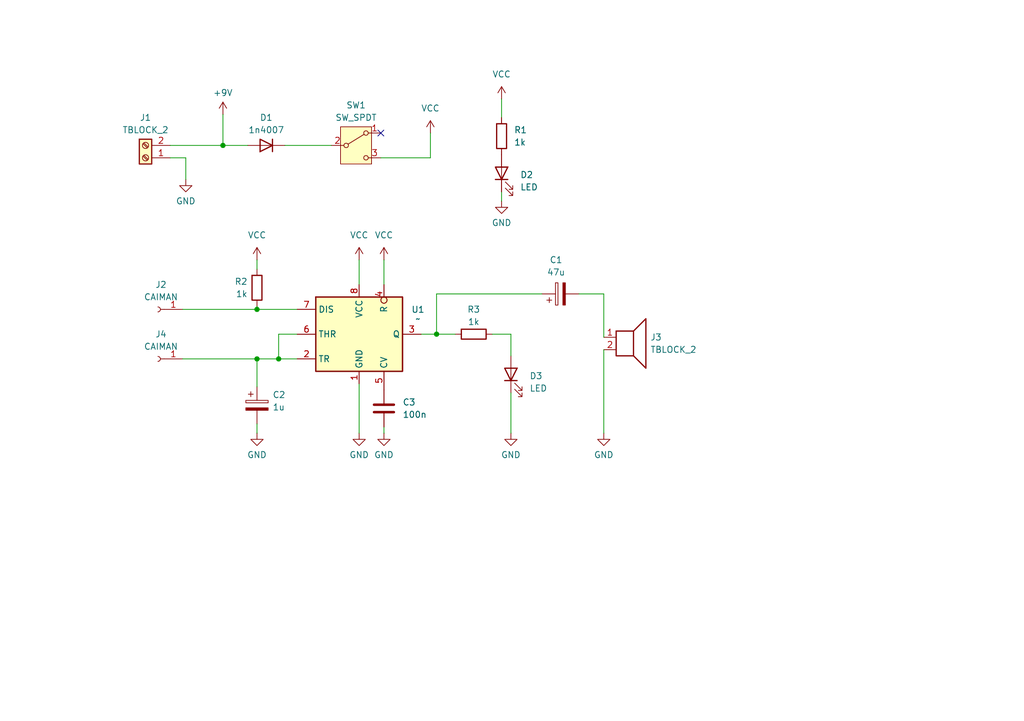
<source format=kicad_sch>
(kicad_sch (version 20231120) (generator "eeschema") (generator_version "8.0")
  (paper "A5")
  (title_block (title "ud_pudu") (date "2025-04-25") (rev "v1") (company "dis8644") (comment 1 "Comenzado y esperamos que terminado en la clase del viernes"))
  (lib_symbols
    (symbol "555_ordenado:555_wellOriented"
      (property "Reference" "U" (at 0 0 0))
      (symbol "555_wellOriented_0_0"
        (pin power_in line (at 0 -10.16 90) (length 2.54) (name "GND") (number "1"))
        (pin power_in line (at 0 10.16 270) (length 2.54) (name "VCC") (number "8"))
      )
      (symbol "555_wellOriented_0_1"
        (rectangle (start -8.89 -7.62) (end 8.89 7.62) (stroke (width 0.254)) (fill (type background)))
        (rectangle (start -8.89 -7.62) (end 8.89 7.62) (stroke (width 0.254)) (fill (type background)))
      )
      (symbol "555_wellOriented_1_1"
        (pin input line (at -12.7 -5.08 0) (length 3.81) (name "TR") (number "2"))
        (pin output line (at 12.7 0 180) (length 3.81) (name "Q") (number "3"))
        (pin input inverted (at 5.08 10.16 270) (length 3.81) (name "R") (number "4"))
        (pin input line (at 5.08 -11.43 90) (length 3.81) (name "CV") (number "5"))
        (pin input line (at -12.7 0 0) (length 3.81) (name "THR") (number "6"))
        (pin input line (at -12.7 5.08 0) (length 3.81) (name "DIS") (number "7"))
      )
    )
    (symbol "Connector:Conn_01x01_Socket" (pin_names (offset 1.016) hide)
      (property "Reference" "J" (at 0 2.54 0))
      (property "Value" "Conn_01x01_Socket" (at 0 -2.54 0))
      (symbol "Conn_01x01_Socket_1_1"
        (polyline (pts (xy -1.27 0) (xy -0.508 0)) (stroke (width 0.1524)))
        (arc (start 0 0.508) (mid -0.5058 0) (end 0 -0.508) (stroke (width 0.1524)))
        (pin passive line (at -5.08 0 0) (length 3.81) (name "Pin_1") (number "1"))
      )
    )
    (symbol "Device:C" (pin_numbers hide) (pin_names (offset 0.254))
      (property "Reference" "C" (at 0.635 2.54 0))
      (property "Value" "C" (at 0.635 -2.54 0))
      (symbol "C_0_1"
        (polyline (pts (xy -2.032 -0.762) (xy 2.032 -0.762)) (stroke (width 0.508)))
        (polyline (pts (xy -2.032 0.762) (xy 2.032 0.762)) (stroke (width 0.508)))
      )
      (symbol "C_1_1"
        (pin passive line (at 0 3.81 270) (length 2.794) (name "~") (number "1"))
        (pin passive line (at 0 -3.81 90) (length 2.794) (name "~") (number "2"))
      )
    )
    (symbol "Device:C_Polarized" (pin_numbers hide) (pin_names (offset 0.254))
      (property "Reference" "C" (at 0.635 2.54 0))
      (property "Value" "C_Polarized" (at 0.635 -2.54 0))
      (symbol "C_Polarized_0_1"
        (rectangle (start -2.286 0.508) (end 2.286 1.016))
        (polyline (pts (xy -1.778 2.286) (xy -0.762 2.286)))
        (polyline (pts (xy -1.27 2.794) (xy -1.27 1.778)))
        (rectangle (start 2.286 -0.508) (end -2.286 -1.016) (fill (type outline)))
      )
      (symbol "C_Polarized_1_1"
        (pin passive line (at 0 3.81 270) (length 2.794) (name "~") (number "1"))
        (pin passive line (at 0 -3.81 90) (length 2.794) (name "~") (number "2"))
      )
    )
    (symbol "Device:D" (pin_numbers hide) (pin_names (offset 1.016) hide)
      (property "Reference" "D" (at 0 2.54 0))
      (property "Value" "D" (at 0 -2.54 0))
      (symbol "D_0_1"
        (polyline (pts (xy -1.27 1.27) (xy -1.27 -1.27)) (stroke (width 0.254)))
        (polyline (pts (xy 1.27 0) (xy -1.27 0)))
        (polyline (pts (xy 1.27 1.27) (xy 1.27 -1.27) (xy -1.27 0) (xy 1.27 1.27)) (stroke (width 0.254)))
      )
      (symbol "D_1_1"
        (pin passive line (at -3.81 0 0) (length 2.54) (name "K") (number "1"))
        (pin passive line (at 3.81 0 180) (length 2.54) (name "A") (number "2"))
      )
    )
    (symbol "Device:LED" (pin_numbers hide) (pin_names (offset 1.016) hide)
      (property "Reference" "D" (at 0 2.54 0))
      (property "Value" "LED" (at 0 -2.54 0))
      (symbol "LED_0_1"
        (polyline (pts (xy -1.27 -1.27) (xy -1.27 1.27)) (stroke (width 0.254)))
        (polyline (pts (xy -1.27 0) (xy 1.27 0)))
        (polyline (pts (xy 1.27 -1.27) (xy 1.27 1.27) (xy -1.27 0) (xy 1.27 -1.27)) (stroke (width 0.254)))
        (polyline (pts (xy -3.048 -0.762) (xy -4.572 -2.286) (xy -3.81 -2.286) (xy -4.572 -2.286) (xy -4.572 -1.524)))
        (polyline (pts (xy -1.778 -0.762) (xy -3.302 -2.286) (xy -2.54 -2.286) (xy -3.302 -2.286) (xy -3.302 -1.524)))
      )
      (symbol "LED_1_1"
        (pin passive line (at -3.81 0 0) (length 2.54) (name "K") (number "1"))
        (pin passive line (at 3.81 0 180) (length 2.54) (name "A") (number "2"))
      )
    )
    (symbol "Device:R" (pin_numbers hide) (pin_names (offset 0))
      (property "Reference" "R" (at 2.032 0 90))
      (property "Value" "R" (at 0 0 90))
      (symbol "R_0_1"
        (rectangle (start -1.016 -2.54) (end 1.016 2.54) (stroke (width 0.254)))
      )
      (symbol "R_1_1"
        (pin passive line (at 0 3.81 270) (length 1.27) (name "~") (number "1"))
        (pin passive line (at 0 -3.81 90) (length 1.27) (name "~") (number "2"))
      )
    )
    (symbol "Device:Speaker" (pin_names (offset 0) hide)
      (property "Reference" "LS" (at 1.27 5.715 0))
      (property "Value" "Speaker" (at 1.27 3.81 0))
      (symbol "Speaker_0_0"
        (rectangle (start -2.54 1.27) (end 1.016 -3.81) (stroke (width 0.254)))
        (polyline (pts (xy 1.016 1.27) (xy 3.556 3.81) (xy 3.556 -6.35) (xy 1.016 -3.81)) (stroke (width 0.254)))
      )
      (symbol "Speaker_1_1"
        (pin input line (at -5.08 0 0) (length 2.54) (name "1") (number "1"))
        (pin input line (at -5.08 -2.54 0) (length 2.54) (name "2") (number "2"))
      )
    )
    (symbol "Switch:SW_SPDT" (pin_names (offset 0) hide)
      (property "Reference" "SW" (at 0 5.08 0))
      (property "Value" "SW_SPDT" (at 0 -5.08 0))
      (symbol "SW_SPDT_0_1"
        (circle (center -2.032 0) (radius 0.4572))
        (polyline (pts (xy -1.651 0.254) (xy 1.651 2.286)))
        (circle (center 2.032 -2.54) (radius 0.4572))
        (circle (center 2.032 2.54) (radius 0.4572))
      )
      (symbol "SW_SPDT_1_1"
        (rectangle (start -3.175 3.81) (end 3.175 -3.81) (fill (type background)))
        (pin passive line (at 5.08 2.54 180) (length 2.54) (name "A") (number "1"))
        (pin passive line (at -5.08 0 0) (length 2.54) (name "B") (number "2"))
        (pin passive line (at 5.08 -2.54 180) (length 2.54) (name "C") (number "3"))
      )
    )
    (symbol "conn:Screw_Terminal_01x02" (pin_names (offset 1.016) hide)
      (property "Reference" "J" (at 0 2.54 0))
      (property "Value" "Screw_Terminal_01x02" (at 0 -5.08 0))
      (symbol "Screw_Terminal_01x02_1_1"
        (rectangle (start -1.27 1.27) (end 1.27 -3.81) (stroke (width 0.254)) (fill (type background)))
        (circle (center 0 -2.54) (radius 0.635) (stroke (width 0.1524)))
        (polyline (pts (xy -0.5334 -2.2098) (xy 0.3302 -3.048)) (stroke (width 0.1524)))
        (polyline (pts (xy -0.5334 0.3302) (xy 0.3302 -0.508)) (stroke (width 0.1524)))
        (polyline (pts (xy -0.3556 -2.032) (xy 0.508 -2.8702)) (stroke (width 0.1524)))
        (polyline (pts (xy -0.3556 0.508) (xy 0.508 -0.3302)) (stroke (width 0.1524)))
        (circle (center 0 0) (radius 0.635) (stroke (width 0.1524)))
        (pin passive line (at -5.08 0 0) (length 3.81) (name "Pin_1") (number "1"))
        (pin passive line (at -5.08 -2.54 0) (length 3.81) (name "Pin_2") (number "2"))
      )
    )
    (symbol "power:+9V" (power) (pin_numbers hide) (pin_names (offset 0) hide)
      (property "Value" "+9V" (at 0 3.556 0))
      (symbol "+9V_0_1"
        (polyline (pts (xy -0.762 1.27) (xy 0 2.54)))
        (polyline (pts (xy 0 0) (xy 0 2.54)))
        (polyline (pts (xy 0 2.54) (xy 0.762 1.27)))
      )
      (symbol "+9V_1_1"
        (pin power_in line (at 0 0 90) (length 0) (name "~") (number "1"))
      )
    )
    (symbol "power:GND" (power) (pin_numbers hide) (pin_names (offset 0) hide)
      (property "Value" "GND" (at 0 -3.81 0))
      (symbol "GND_0_1"
        (polyline (pts (xy 0 0) (xy 0 -1.27) (xy 1.27 -1.27) (xy 0 -2.54) (xy -1.27 -1.27) (xy 0 -1.27)))
      )
      (symbol "GND_1_1"
        (pin power_in line (at 0 0 270) (length 0) (name "~") (number "1"))
      )
    )
    (symbol "power:VCC" (power) (pin_numbers hide) (pin_names (offset 0) hide)
      (property "Value" "VCC" (at 0 3.556 0))
      (symbol "VCC_0_1"
        (polyline (pts (xy -0.762 1.27) (xy 0 2.54)))
        (polyline (pts (xy 0 0) (xy 0 2.54)))
        (polyline (pts (xy 0 2.54) (xy 0.762 1.27)))
      )
      (symbol "VCC_1_1"
        (pin power_in line (at 0 0 90) (length 0) (name "~") (number "1"))
      )
    )
  )
  (junction (at 45.72 29.845))
  (junction (at 52.705 73.66))
  (junction (at 52.705 63.5))
  (junction (at 57.15 73.66))
  (junction (at 89.535 68.58))
  (no_connect (at 78.105 27.305))
  (wire (pts (xy 52.705 79.375) (xy 52.705 73.66)))
  (wire (pts (xy 52.705 53.34) (xy 52.705 55.245)))
  (wire (pts (xy 104.775 80.645) (xy 104.775 88.9)))
  (wire (pts (xy 78.74 87.63) (xy 78.74 88.9)))
  (wire (pts (xy 52.705 86.995) (xy 52.705 88.9)))
  (wire (pts (xy 73.66 53.34) (xy 73.66 58.42)))
  (wire (pts (xy 38.1 32.385) (xy 38.1 36.83)))
  (wire (pts (xy 78.74 53.34) (xy 78.74 58.42)))
  (wire (pts (xy 34.925 32.385) (xy 38.1 32.385)))
  (wire (pts (xy 45.72 29.845) (xy 50.8 29.845)))
  (wire (pts (xy 89.535 68.58) (xy 93.345 68.58)))
  (wire (pts (xy 52.705 73.66) (xy 57.15 73.66)))
  (wire (pts (xy 60.96 73.66) (xy 57.15 73.66)))
  (wire (pts (xy 60.96 63.5) (xy 52.705 63.5)))
  (wire (pts (xy 37.465 73.66) (xy 52.705 73.66)))
  (wire (pts (xy 73.66 78.74) (xy 73.66 88.9)))
  (wire (pts (xy 88.265 32.385) (xy 88.265 27.305)))
  (wire (pts (xy 45.72 29.845) (xy 34.925 29.845)))
  (wire (pts (xy 100.965 68.58) (xy 104.775 68.58)))
  (wire (pts (xy 102.87 39.37) (xy 102.87 41.275)))
  (wire (pts (xy 102.87 20.32) (xy 102.87 24.13)))
  (wire (pts (xy 104.775 68.58) (xy 104.775 73.025)))
  (wire (pts (xy 86.36 68.58) (xy 89.535 68.58)))
  (wire (pts (xy 123.825 60.325) (xy 123.825 69.215)))
  (wire (pts (xy 52.705 63.5) (xy 52.705 62.865)))
  (wire (pts (xy 57.15 73.66) (xy 57.15 68.58)))
  (wire (pts (xy 78.105 32.385) (xy 88.265 32.385)))
  (wire (pts (xy 123.825 71.755) (xy 123.825 88.9)))
  (wire (pts (xy 111.125 60.325) (xy 89.535 60.325)))
  (wire (pts (xy 37.465 63.5) (xy 52.705 63.5)))
  (wire (pts (xy 89.535 60.325) (xy 89.535 68.58)))
  (wire (pts (xy 58.42 29.845) (xy 67.945 29.845)))
  (wire (pts (xy 45.72 23.495) (xy 45.72 29.845)))
  (wire (pts (xy 57.15 68.58) (xy 60.96 68.58)))
  (wire (pts (xy 118.745 60.325) (xy 123.825 60.325)))
  (symbol (lib_id "power:GND") (at 52.705 88.9 0) (unit 1)
    (property "Reference" "#PWR09" (effects (hide yes)))
    (property "Value" "GND" (at 52.705 93.345 0))
    (property "Description" "Power symbol creates a global label with name \"GND\" , ground" (effects (hide yes)))
  )
  (symbol (lib_id "Device:C_Polarized") (at 114.935 60.325 90) (unit 1)
    (property "Reference" "C1" (at 114.046 53.34 90))
    (property "Value" "47u" (at 114.046 55.88 90))
    (property "Footprint" "Capacitor_THT:CP_Radial_D6.3mm_P2.50mm" (effects (hide yes)))
    (property "Description" "Polarized capacitor" (effects (hide yes)))
  )
  (symbol (lib_id "Device:R") (at 102.87 27.94 0) (unit 1)
    (property "Reference" "R1" (at 105.41 26.6699 0) (effects (justify left)))
    (property "Value" "1k" (at 105.41 29.2099 0) (effects (justify left)))
    (property "Footprint" "Resistor_THT:R_Axial_DIN0207_L6.3mm_D2.5mm_P10.16mm_Horizontal" (effects (hide yes)))
    (property "Description" "Resistor" (effects (hide yes)))
  )
  (symbol (lib_id "conn:Screw_Terminal_01x02") (at 29.845 32.385 180) (unit 1)
    (property "Reference" "J1" (at 29.845 24.13 0))
    (property "Value" "TBLOCK_2" (at 29.845 26.67 0))
    (property "Footprint" "TerminalBlock:TerminalBlock_MaiXu_MX126-5.0-02P_1x02_P5.00mm" (effects (hide yes)))
    (property "Description" "Generic screw terminal, single row, 01x02" (effects (hide yes)))
  )
  (symbol (lib_id "power:VCC") (at 52.705 53.34 0) (unit 1)
    (property "Reference" "#PWR06" (effects (hide yes)))
    (property "Value" "VCC" (at 52.705 48.26 0))
    (property "Description" "Power symbol creates a global label with name \"VCC\"" (effects (hide yes)))
  )
  (symbol (lib_id "Device:D") (at 54.61 29.845 180) (unit 1)
    (property "Reference" "D1" (at 54.61 24.13 0))
    (property "Value" "1n4007" (at 54.61 26.67 0))
    (property "Footprint" "Diode_THT:D_DO-41_SOD81_P10.16mm_Horizontal" (effects (hide yes)))
    (property "Description" "Diode" (effects (hide yes)))
    (property "Sim.Device" "D" (effects (hide yes)))
    (property "Sim.Pins" "1=K 2=A" (effects (hide yes)))
  )
  (symbol (lib_id "Connector:Conn_01x01_Socket") (at 32.385 63.5 180) (unit 1)
    (property "Reference" "J2" (at 33.02 58.42 0))
    (property "Value" "CAIMAN" (at 33.02 60.96 0))
    (property "Footprint" "modules_teee2025:caiman" (effects (hide yes)))
    (property "Description" "Generic connector, single row, 01x01, script generated" (effects (hide yes)))
  )
  (symbol (lib_id "Connector:Conn_01x01_Socket") (at 32.385 73.66 180) (unit 1)
    (property "Reference" "J4" (at 33.02 68.58 0))
    (property "Value" "CAIMAN" (at 33.02 71.12 0))
    (property "Footprint" "modules_teee2025:caiman" (effects (hide yes)))
    (property "Description" "Generic connector, single row, 01x01, script generated" (effects (hide yes)))
  )
  (symbol (lib_id "power:GND") (at 102.87 41.275 0) (unit 1)
    (property "Reference" "#PWR05" (effects (hide yes)))
    (property "Value" "GND" (at 102.87 45.72 0))
    (property "Description" "Power symbol creates a global label with name \"GND\" , ground" (effects (hide yes)))
  )
  (symbol (lib_id "power:GND") (at 38.1 36.83 0) (unit 1)
    (property "Reference" "#PWR04" (effects (hide yes)))
    (property "Value" "GND" (at 38.1 41.275 0))
    (property "Description" "Power symbol creates a global label with name \"GND\" , ground" (effects (hide yes)))
  )
  (symbol (lib_id "power:GND") (at 78.74 88.9 0) (unit 1)
    (property "Reference" "#PWR011" (effects (hide yes)))
    (property "Value" "GND" (at 78.74 93.345 0))
    (property "Description" "Power symbol creates a global label with name \"GND\" , ground" (effects (hide yes)))
  )
  (symbol (lib_id "power:VCC") (at 88.265 27.305 0) (mirror y) (unit 1)
    (property "Reference" "#PWR03" (effects (hide yes)))
    (property "Value" "VCC" (at 88.265 22.225 0))
    (property "Description" "Power symbol creates a global label with name \"VCC\"" (effects (hide yes)))
  )
  (symbol (lib_id "Device:R") (at 52.705 59.055 0) (mirror y) (unit 1)
    (property "Reference" "R2" (at 50.8 57.7849 0) (effects (justify left)))
    (property "Value" "1k" (at 50.8 60.3249 0) (effects (justify left)))
    (property "Footprint" "Resistor_THT:R_Axial_DIN0207_L6.3mm_D2.5mm_P10.16mm_Horizontal" (effects (hide yes)))
    (property "Description" "Resistor" (effects (hide yes)))
  )
  (symbol (lib_id "power:VCC") (at 78.74 53.34 0) (unit 1)
    (property "Reference" "#PWR08" (effects (hide yes)))
    (property "Value" "VCC" (at 78.74 48.26 0))
    (property "Description" "Power symbol creates a global label with name \"VCC\"" (effects (hide yes)))
  )
  (symbol (lib_id "Device:LED") (at 102.87 35.56 90) (unit 1)
    (property "Reference" "D2" (at 106.68 35.8774 90) (effects (justify right)))
    (property "Value" "LED" (at 106.68 38.4174 90) (effects (justify right)))
    (property "Footprint" "LED_THT:LED_D5.0mm" (effects (hide yes)))
    (property "Description" "Light emitting diode" (effects (hide yes)))
  )
  (symbol (lib_id "Device:Speaker") (at 128.905 69.215 0) (unit 1)
    (property "Reference" "J3" (at 133.35 69.2149 0) (effects (justify left)))
    (property "Value" "TBLOCK_2" (at 133.35 71.7549 0) (effects (justify left)))
    (property "Footprint" "TerminalBlock:TerminalBlock_MaiXu_MX126-5.0-02P_1x02_P5.00mm" (effects (hide yes)))
    (property "Description" "Speaker" (effects (hide yes)))
  )
  (symbol (lib_id "555_ordenado:555_wellOriented") (at 73.66 68.58 0) (unit 1)
    (property "Reference" "U1" (at 85.725 63.5314 0))
    (property "Value" "~" (at 85.725 65.4365 0))
    (property "Footprint" "Package_DIP:DIP-8_W7.62mm_Socket_LongPads" (effects (hide yes)))
  )
  (symbol (lib_id "power:VCC") (at 102.87 20.32 0) (mirror y) (unit 1)
    (property "Reference" "#PWR01" (effects (hide yes)))
    (property "Value" "VCC" (at 102.87 15.24 0))
    (property "Description" "Power symbol creates a global label with name \"VCC\"" (effects (hide yes)))
  )
  (symbol (lib_id "power:GND") (at 123.825 88.9 0) (unit 1)
    (property "Reference" "#PWR013" (effects (hide yes)))
    (property "Value" "GND" (at 123.825 93.345 0))
    (property "Description" "Power symbol creates a global label with name \"GND\" , ground" (effects (hide yes)))
  )
  (symbol (lib_id "power:GND") (at 104.775 88.9 0) (unit 1)
    (property "Reference" "#PWR012" (effects (hide yes)))
    (property "Value" "GND" (at 104.775 93.345 0))
    (property "Description" "Power symbol creates a global label with name \"GND\" , ground" (effects (hide yes)))
  )
  (symbol (lib_id "Device:R") (at 97.155 68.58 90) (unit 1)
    (property "Reference" "R3" (at 97.155 63.5 90))
    (property "Value" "1k" (at 97.155 66.04 90))
    (property "Footprint" "Resistor_THT:R_Axial_DIN0207_L6.3mm_D2.5mm_P10.16mm_Horizontal" (effects (hide yes)))
    (property "Description" "Resistor" (effects (hide yes)))
  )
  (symbol (lib_id "Device:C_Polarized") (at 52.705 83.185 0) (unit 1)
    (property "Reference" "C2" (at 55.88 81.0259 0) (effects (justify left)))
    (property "Value" "1u" (at 55.88 83.5659 0) (effects (justify left)))
    (property "Footprint" "Capacitor_THT:CP_Radial_D6.3mm_P2.50mm" (effects (hide yes)))
    (property "Description" "Polarized capacitor" (effects (hide yes)))
  )
  (symbol (lib_id "Switch:SW_SPDT") (at 73.025 29.845 0) (unit 1)
    (property "Reference" "SW1" (at 73.025 21.59 0))
    (property "Value" "SW_SPDT" (at 73.025 24.13 0))
    (property "Footprint" "modules_teee2025:SPDT_PCB_small_P2.5mm" (effects (hide yes)))
    (property "Description" "Switch, single pole double throw" (effects (hide yes)))
  )
  (symbol (lib_id "power:GND") (at 73.66 88.9 0) (unit 1)
    (property "Reference" "#PWR010" (effects (hide yes)))
    (property "Value" "GND" (at 73.66 93.345 0))
    (property "Description" "Power symbol creates a global label with name \"GND\" , ground" (effects (hide yes)))
  )
  (symbol (lib_id "Device:LED") (at 104.775 76.835 90) (unit 1)
    (property "Reference" "D3" (at 108.585 77.1524 90) (effects (justify right)))
    (property "Value" "LED" (at 108.585 79.6924 90) (effects (justify right)))
    (property "Footprint" "LED_THT:LED_D5.0mm" (effects (hide yes)))
    (property "Description" "Light emitting diode" (effects (hide yes)))
  )
  (symbol (lib_id "power:+9V") (at 45.72 23.495 0) (unit 1)
    (property "Reference" "#PWR02" (effects (hide yes)))
    (property "Value" "+9V" (at 45.72 19.05 0))
    (property "Description" "Power symbol creates a global label with name \"+9V\"" (effects (hide yes)))
  )
  (symbol (lib_id "power:VCC") (at 73.66 53.34 0) (unit 1)
    (property "Reference" "#PWR07" (effects (hide yes)))
    (property "Value" "VCC" (at 73.66 48.26 0))
    (property "Description" "Power symbol creates a global label with name \"VCC\"" (effects (hide yes)))
  )
  (symbol (lib_id "Device:C") (at 78.74 83.82 0) (unit 1)
    (property "Reference" "C3" (at 82.55 82.5499 0) (effects (justify left)))
    (property "Value" "100n" (at 82.55 85.0899 0) (effects (justify left)))
    (property "Footprint" "Capacitor_THT:C_Disc_D6.0mm_W2.5mm_P5.00mm" (effects (hide yes)))
    (property "Description" "Unpolarized capacitor" (effects (hide yes)))
  )
)
</source>
